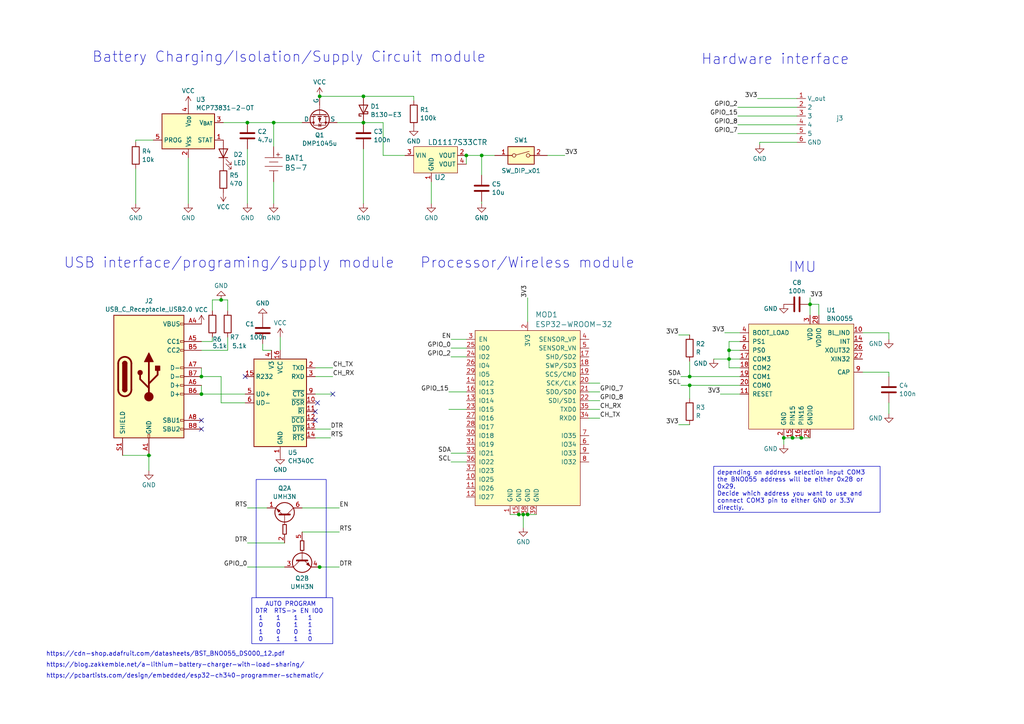
<source format=kicad_sch>
(kicad_sch (version 20230121) (generator eeschema)
  (paper "A4")
  (title_block (title "Haply interface for end effector") (date "2023-11-09") (rev "0") (company "Georgios Korres - AIMlab"))
  (lib_symbols
    (symbol "Battery_Management:MCP73831-2-OT"
      (property "Reference" "U" (at -7.62 6.35 0))
      (property "Value" "MCP73831-2-OT" (at 1.27 6.35 0))
      (symbol "MCP73831-2-OT_0_1"
        (rectangle (start -7.62 5.08) (end 7.62 -5.08) (stroke (width 0.254)) (fill (type background)))
      )
      (symbol "MCP73831-2-OT_1_1"
        (pin output line (at 10.16 -2.54 180) (length 2.54) (name "STAT") (number "1"))
        (pin power_in line (at 0 -7.62 90) (length 2.54) (name "V_{SS}") (number "2"))
        (pin power_out line (at 10.16 2.54 180) (length 2.54) (name "V_{BAT}") (number "3"))
        (pin power_in line (at 0 7.62 270) (length 2.54) (name "V_{DD}") (number "4"))
        (pin input line (at -10.16 -2.54 0) (length 2.54) (name "PROG") (number "5"))
      )
    )
    (symbol "Connector:USB_C_Receptacle_USB2.0" (pin_names (offset 1.016))
      (property "Reference" "J" (at -10.16 19.05 0))
      (property "Value" "USB_C_Receptacle_USB2.0" (at 19.05 19.05 0))
      (symbol "USB_C_Receptacle_USB2.0_0_0"
        (rectangle (start -0.254 -17.78) (end 0.254 -16.764))
        (rectangle (start 10.16 -14.986) (end 9.144 -15.494))
        (rectangle (start 10.16 -12.446) (end 9.144 -12.954))
        (rectangle (start 10.16 -4.826) (end 9.144 -5.334))
        (rectangle (start 10.16 -2.286) (end 9.144 -2.794))
        (rectangle (start 10.16 0.254) (end 9.144 -0.254))
        (rectangle (start 10.16 2.794) (end 9.144 2.286))
        (rectangle (start 10.16 7.874) (end 9.144 7.366))
        (rectangle (start 10.16 10.414) (end 9.144 9.906))
        (rectangle (start 10.16 15.494) (end 9.144 14.986))
      )
      (symbol "USB_C_Receptacle_USB2.0_0_1"
        (rectangle (start -10.16 17.78) (end 10.16 -17.78) (stroke (width 0.254)) (fill (type background)))
        (arc (start -8.89 -3.81) (mid -6.985 -5.7067) (end -5.08 -3.81) (stroke (width 0.508)))
        (arc (start -7.62 -3.81) (mid -6.985 -4.4423) (end -6.35 -3.81) (stroke (width 0.254)))
        (arc (start -7.62 -3.81) (mid -6.985 -4.4423) (end -6.35 -3.81) (stroke (width 0.254)) (fill (type outline)))
        (rectangle (start -7.62 -3.81) (end -6.35 3.81) (stroke (width 0.254)) (fill (type outline)))
        (arc (start -6.35 3.81) (mid -6.985 4.4423) (end -7.62 3.81) (stroke (width 0.254)))
        (arc (start -6.35 3.81) (mid -6.985 4.4423) (end -7.62 3.81) (stroke (width 0.254)) (fill (type outline)))
        (arc (start -5.08 3.81) (mid -6.985 5.7067) (end -8.89 3.81) (stroke (width 0.508)))
        (circle (center -2.54 1.143) (radius 0.635) (stroke (width 0.254)) (fill (type outline)))
        (circle (center 0 -5.842) (radius 1.27) (fill (type outline)))
        (polyline (pts (xy -8.89 -3.81) (xy -8.89 3.81)) (stroke (width 0.508)))
        (polyline (pts (xy -5.08 3.81) (xy -5.08 -3.81)) (stroke (width 0.508)))
        (polyline (pts (xy 0 -5.842) (xy 0 4.318)) (stroke (width 0.508)))
        (polyline (pts (xy 0 -3.302) (xy -2.54 -0.762) (xy -2.54 0.508)) (stroke (width 0.508)))
        (polyline (pts (xy 0 -2.032) (xy 2.54 0.508) (xy 2.54 1.778)) (stroke (width 0.508)))
        (polyline (pts (xy -1.27 4.318) (xy 0 6.858) (xy 1.27 4.318) (xy -1.27 4.318)) (stroke (width 0.254)) (fill (type outline)))
        (rectangle (start 1.905 1.778) (end 3.175 3.048) (stroke (width 0.254)) (fill (type outline)))
      )
      (symbol "USB_C_Receptacle_USB2.0_1_1"
        (pin passive line (at 0 -22.86 90) (length 5.08) (name "GND") (number "A1"))
        (pin passive line (at 0 -22.86 90) (length 5.08) hide (name "GND") (number "A12"))
        (pin passive line (at 15.24 15.24 180) (length 5.08) (name "VBUS") (number "A4"))
        (pin bidirectional line (at 15.24 10.16 180) (length 5.08) (name "CC1") (number "A5"))
        (pin bidirectional line (at 15.24 -2.54 180) (length 5.08) (name "D+") (number "A6"))
        (pin bidirectional line (at 15.24 2.54 180) (length 5.08) (name "D-") (number "A7"))
        (pin bidirectional line (at 15.24 -12.7 180) (length 5.08) (name "SBU1") (number "A8"))
        (pin passive line (at 15.24 15.24 180) (length 5.08) hide (name "VBUS") (number "A9"))
        (pin passive line (at 0 -22.86 90) (length 5.08) hide (name "GND") (number "B1"))
        (pin passive line (at 0 -22.86 90) (length 5.08) hide (name "GND") (number "B12"))
        (pin passive line (at 15.24 15.24 180) (length 5.08) hide (name "VBUS") (number "B4"))
        (pin bidirectional line (at 15.24 7.62 180) (length 5.08) (name "CC2") (number "B5"))
        (pin bidirectional line (at 15.24 -5.08 180) (length 5.08) (name "D+") (number "B6"))
        (pin bidirectional line (at 15.24 0 180) (length 5.08) (name "D-") (number "B7"))
        (pin bidirectional line (at 15.24 -15.24 180) (length 5.08) (name "SBU2") (number "B8"))
        (pin passive line (at 15.24 15.24 180) (length 5.08) hide (name "VBUS") (number "B9"))
        (pin passive line (at -7.62 -22.86 90) (length 5.08) (name "SHIELD") (number "S1"))
      )
    )
    (symbol "ConnectorLib:connector_Haply"
      (property "Reference" "j" (at 0 0 0))
      (symbol "connector_Haply_1_1"
        (pin output line (at 0 6.35 0) (length 2.54) (name "V_out") (number "1"))
        (pin output line (at 0 3.81 0) (length 2.54) (name "2") (number "2"))
        (pin output line (at 0 1.27 0) (length 2.54) (name "3") (number "3"))
        (pin output line (at 0 -1.27 0) (length 2.54) (name "4") (number "4"))
        (pin output line (at 0 -3.81 0) (length 2.54) (name "5") (number "5"))
        (pin output line (at 0 -6.35 0) (length 2.54) (name "GND") (number "6"))
      )
    )
    (symbol "Device:C" (pin_numbers hide) (pin_names (offset 0.254))
      (property "Reference" "C" (at 0.635 2.54 0))
      (property "Value" "C" (at 0.635 -2.54 0))
      (symbol "C_0_1"
        (polyline (pts (xy -2.032 -0.762) (xy 2.032 -0.762)) (stroke (width 0.508)))
        (polyline (pts (xy -2.032 0.762) (xy 2.032 0.762)) (stroke (width 0.508)))
      )
      (symbol "C_1_1"
        (pin passive line (at 0 3.81 270) (length 2.794) (name "~") (number "1"))
        (pin passive line (at 0 -3.81 90) (length 2.794) (name "~") (number "2"))
      )
    )
    (symbol "Device:LED" (pin_numbers hide) (pin_names (offset 1.016) hide)
      (property "Reference" "D" (at 0 2.54 0))
      (property "Value" "LED" (at 0 -2.54 0))
      (symbol "LED_0_1"
        (polyline (pts (xy -1.27 -1.27) (xy -1.27 1.27)) (stroke (width 0.254)))
        (polyline (pts (xy -1.27 0) (xy 1.27 0)))
        (polyline (pts (xy 1.27 -1.27) (xy 1.27 1.27) (xy -1.27 0) (xy 1.27 -1.27)) (stroke (width 0.254)))
        (polyline (pts (xy -3.048 -0.762) (xy -4.572 -2.286) (xy -3.81 -2.286) (xy -4.572 -2.286) (xy -4.572 -1.524)))
        (polyline (pts (xy -1.778 -0.762) (xy -3.302 -2.286) (xy -2.54 -2.286) (xy -3.302 -2.286) (xy -3.302 -1.524)))
      )
      (symbol "LED_1_1"
        (pin passive line (at -3.81 0 0) (length 2.54) (name "K") (number "1"))
        (pin passive line (at 3.81 0 180) (length 2.54) (name "A") (number "2"))
      )
    )
    (symbol "Device:R" (pin_numbers hide) (pin_names (offset 0))
      (property "Reference" "R" (at 2.032 0 90))
      (property "Value" "R" (at 0 0 90))
      (symbol "R_0_1"
        (rectangle (start -1.016 -2.54) (end 1.016 2.54) (stroke (width 0.254)))
      )
      (symbol "R_1_1"
        (pin passive line (at 0 3.81 270) (length 1.27) (name "~") (number "1"))
        (pin passive line (at 0 -3.81 90) (length 1.27) (name "~") (number "2"))
      )
    )
    (symbol "Diode:B130-E3" (pin_numbers hide) (pin_names hide)
      (property "Reference" "D" (at 0 2.54 0))
      (property "Value" "B130-E3" (at 0 -2.54 0))
      (symbol "B130-E3_0_1"
        (polyline (pts (xy 1.27 0) (xy -1.27 0)))
        (polyline (pts (xy 1.27 1.27) (xy 1.27 -1.27) (xy -1.27 0) (xy 1.27 1.27)) (stroke (width 0.254)))
        (polyline (pts (xy -1.905 0.635) (xy -1.905 1.27) (xy -1.27 1.27) (xy -1.27 -1.27) (xy -0.635 -1.27) (xy -0.635 -0.635)) (stroke (width 0.254)))
      )
      (symbol "B130-E3_1_1"
        (pin passive line (at -3.81 0 0) (length 2.54) (name "K") (number "1"))
        (pin passive line (at 3.81 0 180) (length 2.54) (name "A") (number "2"))
      )
    )
    (symbol "Interface_USB:CH340C"
      (property "Reference" "U" (at -5.08 13.97 0))
      (property "Value" "CH340C" (at 1.27 13.97 0))
      (symbol "CH340C_0_1"
        (rectangle (start -7.62 12.7) (end 7.62 -12.7) (stroke (width 0.254)) (fill (type background)))
      )
      (symbol "CH340C_1_1"
        (pin power_in line (at 0 -15.24 90) (length 2.54) (name "GND") (number "1"))
        (pin input line (at 10.16 0 180) (length 2.54) (name "~{DSR}") (number "10"))
        (pin input line (at 10.16 -2.54 180) (length 2.54) (name "~{RI}") (number "11"))
        (pin input line (at 10.16 -5.08 180) (length 2.54) (name "~{DCD}") (number "12"))
        (pin output line (at 10.16 -7.62 180) (length 2.54) (name "~{DTR}") (number "13"))
        (pin output line (at 10.16 -10.16 180) (length 2.54) (name "~{RTS}") (number "14"))
        (pin input line (at -10.16 7.62 0) (length 2.54) (name "R232") (number "15"))
        (pin power_in line (at 0 15.24 270) (length 2.54) (name "VCC") (number "16"))
        (pin output line (at 10.16 10.16 180) (length 2.54) (name "TXD") (number "2"))
        (pin input line (at 10.16 7.62 180) (length 2.54) (name "RXD") (number "3"))
        (pin passive line (at -2.54 15.24 270) (length 2.54) (name "V3") (number "4"))
        (pin bidirectional line (at -10.16 2.54 0) (length 2.54) (name "UD+") (number "5"))
        (pin bidirectional line (at -10.16 0 0) (length 2.54) (name "UD-") (number "6"))
        (pin no_connect line (at -7.62 -7.62 0) (length 2.54) hide (name "NC") (number "7"))
        (pin no_connect line (at -7.62 -10.16 0) (length 2.54) hide (name "NC") (number "8"))
        (pin input line (at 10.16 2.54 180) (length 2.54) (name "~{CTS}") (number "9"))
      )
    )
    (symbol "Simulation_SPICE:PMOS" (pin_numbers hide) (pin_names (offset 0))
      (property "Reference" "Q" (at 5.08 1.27 0))
      (property "Value" "PMOS" (at 5.08 -1.27 0))
      (symbol "PMOS_0_1"
        (polyline (pts (xy 0.254 0) (xy -2.54 0)))
        (polyline (pts (xy 0.254 1.905) (xy 0.254 -1.905)) (stroke (width 0.254)))
        (polyline (pts (xy 0.762 -1.27) (xy 0.762 -2.286)) (stroke (width 0.254)))
        (polyline (pts (xy 0.762 0.508) (xy 0.762 -0.508)) (stroke (width 0.254)))
        (polyline (pts (xy 0.762 2.286) (xy 0.762 1.27)) (stroke (width 0.254)))
        (polyline (pts (xy 2.54 2.54) (xy 2.54 1.778)))
        (polyline (pts (xy 2.54 -2.54) (xy 2.54 0) (xy 0.762 0)))
        (polyline (pts (xy 0.762 1.778) (xy 3.302 1.778) (xy 3.302 -1.778) (xy 0.762 -1.778)))
        (polyline (pts (xy 2.286 0) (xy 1.27 0.381) (xy 1.27 -0.381) (xy 2.286 0)) (fill (type outline)))
        (polyline (pts (xy 2.794 -0.508) (xy 2.921 -0.381) (xy 3.683 -0.381) (xy 3.81 -0.254)))
        (polyline (pts (xy 3.302 -0.381) (xy 2.921 0.254) (xy 3.683 0.254) (xy 3.302 -0.381)))
        (circle (center 1.651 0) (radius 2.794) (stroke (width 0.254)))
        (circle (center 2.54 -1.778) (radius 0.254) (fill (type outline)))
        (circle (center 2.54 1.778) (radius 0.254) (fill (type outline)))
      )
      (symbol "PMOS_1_1"
        (pin passive line (at 2.54 5.08 270) (length 2.54) (name "D") (number "1"))
        (pin input line (at -5.08 0 0) (length 2.54) (name "G") (number "2"))
        (pin passive line (at 2.54 -5.08 90) (length 2.54) (name "S") (number "3"))
      )
    )
    (symbol "Switch:SW_DIP_x01" (pin_names (offset 0) hide)
      (property "Reference" "SW" (at 0 3.81 0))
      (property "Value" "SW_DIP_x01" (at 0 -3.81 0))
      (symbol "SW_DIP_x01_0_0"
        (circle (center -2.032 0) (radius 0.508))
        (polyline (pts (xy -1.524 0.127) (xy 2.3622 1.1684)))
        (circle (center 2.032 0) (radius 0.508))
      )
      (symbol "SW_DIP_x01_0_1"
        (rectangle (start -3.81 2.54) (end 3.81 -2.54) (stroke (width 0.254)) (fill (type background)))
      )
      (symbol "SW_DIP_x01_1_1"
        (pin passive line (at -7.62 0 0) (length 5.08) (name "~") (number "1"))
        (pin passive line (at 7.62 0 180) (length 5.08) (name "~") (number "2"))
      )
    )
    (symbol "Transistor_BJT:UMH3N" (pin_names hide)
      (property "Reference" "Q" (at 7.62 1.27 0))
      (property "Value" "UMH3N" (at 7.62 -1.27 0))
      (symbol "UMH3N_0_1"
        (polyline (pts (xy 3.175 0) (xy 0.254 0)))
        (polyline (pts (xy 3.175 0.635) (xy 5.08 2.54)))
        (polyline (pts (xy 3.175 1.524) (xy 3.175 -1.524)) (stroke (width 0.508)))
        (polyline (pts (xy 3.175 -0.635) (xy 5.08 -2.54) (xy 5.08 -2.54)))
        (polyline (pts (xy 3.81 -1.778) (xy 4.318 -1.27) (xy 4.826 -2.286) (xy 3.81 -1.778) (xy 3.81 -1.778)) (fill (type outline)))
        (rectangle (start 0.254 0.508) (end -2.54 -0.508) (stroke (width 0.254)))
        (circle (center 3.81 0) (radius 2.8194) (stroke (width 0.254)))
      )
      (symbol "UMH3N_1_1"
        (pin passive line (at 5.08 -5.08 90) (length 2.54) (name "E1") (number "1"))
        (pin input line (at -5.08 0 0) (length 2.54) (name "B1") (number "2"))
        (pin passive line (at 5.08 5.08 270) (length 2.54) (name "C1") (number "6"))
      )
      (symbol "UMH3N_2_1"
        (pin passive line (at 5.08 5.08 270) (length 2.54) (name "C2") (number "3"))
        (pin passive line (at 5.08 -5.08 90) (length 2.54) (name "E2") (number "4"))
        (pin input line (at -5.08 0 0) (length 2.54) (name "B2") (number "5"))
      )
    )
    (symbol "dk_Battery-Holders-Clips-Contacts:BS-7" (pin_numbers hide) (pin_names (offset 1.016))
      (property "Reference" "BAT" (at -1.27 3.81 0))
      (property "Value" "BS-7" (at -1.27 -3.81 0))
      (symbol "BS-7_1_1"
        (polyline (pts (xy 0 -2.54) (xy 0 -1.905)))
        (polyline (pts (xy 0 1.905) (xy 0 2.54)))
        (polyline (pts (xy 1.27 -1.905) (xy -1.27 -1.905)))
        (polyline (pts (xy 1.27 0.635) (xy -1.27 0.635)))
        (polyline (pts (xy 1.27 2.286) (xy 1.27 3.302)))
        (polyline (pts (xy 1.778 2.794) (xy 0.762 2.794)))
        (polyline (pts (xy 2.54 -0.635) (xy -2.54 -0.635)))
        (polyline (pts (xy 2.54 1.905) (xy -2.54 1.905)))
        (pin power_out line (at 0 -5.08 90) (length 2.54) (name "~") (number "Neg"))
        (pin power_out line (at 0 5.08 270) (length 2.54) (name "~") (number "Pos"))
      )
    )
    (symbol "dk_Motion-Sensors-IMUs-Inertial-Measurement-Units:BNO055" (pin_names (offset 1.016))
      (property "Reference" "U" (at -15.24 13.97 0))
      (property "Value" "BNO055" (at -1.27 -1.27 90))
      (symbol "BNO055_0_1"
        (rectangle (start -15.24 12.7) (end 15.24 -17.78) (fill (type background)))
      )
      (symbol "BNO055_1_1"
        (pin no_connect line (at -15.24 -10.16 0) (length 2.54) hide (name "PIN1") (number "1"))
        (pin output line (at 17.78 10.16 180) (length 2.54) (name "BL_IND") (number "10"))
        (pin input line (at -17.78 -7.62 0) (length 2.54) (name "RESET") (number "11"))
        (pin no_connect line (at 15.24 -16.51 180) (length 2.54) hide (name "PIN12") (number "12"))
        (pin no_connect line (at 15.24 -13.97 180) (length 2.54) hide (name "PIN13") (number "13"))
        (pin output line (at 17.78 7.62 180) (length 2.54) (name "INT") (number "14"))
        (pin power_in line (at -2.54 -20.32 90) (length 2.54) (name "PIN15") (number "15"))
        (pin power_in line (at 0 -20.32 90) (length 2.54) (name "PIN16") (number "16"))
        (pin input line (at -17.78 2.54 0) (length 2.54) (name "COM3") (number "17"))
        (pin input line (at -17.78 0 0) (length 2.54) (name "COM2") (number "18"))
        (pin input line (at -17.78 -2.54 0) (length 2.54) (name "COM1") (number "19"))
        (pin power_in line (at -5.08 -20.32 90) (length 2.54) (name "GND") (number "2"))
        (pin input line (at -17.78 -5.08 0) (length 2.54) (name "COM0") (number "20"))
        (pin no_connect line (at 15.24 -11.43 180) (length 2.54) hide (name "PIN21") (number "21"))
        (pin no_connect line (at 15.24 -8.89 180) (length 2.54) hide (name "PIN22") (number "22"))
        (pin no_connect line (at 15.24 -6.35 180) (length 2.54) hide (name "PIN23") (number "23"))
        (pin no_connect line (at 15.24 -3.81 180) (length 2.54) hide (name "PIN24") (number "24"))
        (pin power_in line (at 2.54 -20.32 90) (length 2.54) (name "GNDIO") (number "25"))
        (pin output line (at 17.78 5.08 180) (length 2.54) (name "XOUT32") (number "26"))
        (pin input line (at 17.78 2.54 180) (length 2.54) (name "XIN32") (number "27"))
        (pin power_in line (at 5.08 15.24 270) (length 2.54) (name "VDDIO") (number "28"))
        (pin power_in line (at 2.54 15.24 270) (length 2.54) (name "VDD") (number "3"))
        (pin input line (at -17.78 10.16 0) (length 2.54) (name "BOOT_LOAD") (number "4"))
        (pin input line (at -17.78 7.62 0) (length 2.54) (name "PS1") (number "5"))
        (pin input line (at -17.78 5.08 0) (length 2.54) (name "PS0") (number "6"))
        (pin no_connect line (at -15.24 -12.7 0) (length 2.54) hide (name "PIN7") (number "7"))
        (pin no_connect line (at -15.24 -15.24 0) (length 2.54) hide (name "PIN8") (number "8"))
        (pin passive line (at 17.78 -1.27 180) (length 2.54) (name "CAP") (number "9"))
      )
    )
    (symbol "dk_PMIC-Voltage-Regulators-Linear:LD1117S33CTR"
      (property "Reference" "U" (at 1.27 3.81 0))
      (property "Value" "LD1117S33CTR" (at 1.27 6.35 0))
      (symbol "LD1117S33CTR_1_1"
        (rectangle (start -5.08 2.54) (end 7.62 -5.08) (fill (type background)))
        (pin power_in line (at 0 -7.62 90) (length 2.54) (name "GND") (number "1"))
        (pin power_out line (at 10.16 0 180) (length 2.54) (name "VOUT") (number "2"))
        (pin power_in line (at -7.62 0 0) (length 2.54) (name "VIN") (number "3"))
        (pin power_out line (at 10.16 -2.54 180) (length 2.54) (name "VOUT") (number "4"))
      )
    )
    (symbol "dk_RF-Transceiver-Modules:ESP32-WROOM-32" (pin_names (offset 1.016))
      (property "Reference" "MOD" (at -10.16 1.27 0))
      (property "Value" "ESP32-WROOM-32" (at 5.08 -25.4 90))
      (symbol "ESP32-WROOM-32_0_1"
        (rectangle (start -10.16 0) (end 20.32 -50.8) (fill (type background)))
      )
      (symbol "ESP32-WROOM-32_1_1"
        (pin power_in line (at 0 -53.34 90) (length 2.54) (name "GND") (number "1"))
        (pin bidirectional line (at -12.7 -43.18 0) (length 2.54) (name "IO25") (number "10"))
        (pin bidirectional line (at -12.7 -45.72 0) (length 2.54) (name "IO26") (number "11"))
        (pin bidirectional line (at -12.7 -48.26 0) (length 2.54) (name "IO27") (number "12"))
        (pin bidirectional line (at -12.7 -20.32 0) (length 2.54) (name "IO14") (number "13"))
        (pin bidirectional line (at -12.7 -15.24 0) (length 2.54) (name "IO12") (number "14"))
        (pin power_in line (at 2.54 -53.34 90) (length 2.54) (name "GND") (number "15"))
        (pin bidirectional line (at -12.7 -17.78 0) (length 2.54) (name "IO13") (number "16"))
        (pin bidirectional line (at 22.86 -7.62 180) (length 2.54) (name "SHD/SD2") (number "17"))
        (pin bidirectional line (at 22.86 -10.16 180) (length 2.54) (name "SWP/SD3") (number "18"))
        (pin bidirectional line (at 22.86 -12.7 180) (length 2.54) (name "SCS/CMD") (number "19"))
        (pin power_in line (at 5.08 2.54 270) (length 2.54) (name "3V3") (number "2"))
        (pin bidirectional line (at 22.86 -15.24 180) (length 2.54) (name "SCK/CLK") (number "20"))
        (pin bidirectional line (at 22.86 -17.78 180) (length 2.54) (name "SDO/SD0") (number "21"))
        (pin bidirectional line (at 22.86 -20.32 180) (length 2.54) (name "SDI/SD1") (number "22"))
        (pin bidirectional line (at -12.7 -22.86 0) (length 2.54) (name "IO15") (number "23"))
        (pin bidirectional line (at -12.7 -7.62 0) (length 2.54) (name "IO2") (number "24"))
        (pin bidirectional line (at -12.7 -5.08 0) (length 2.54) (name "IO0") (number "25"))
        (pin bidirectional line (at -12.7 -10.16 0) (length 2.54) (name "IO4") (number "26"))
        (pin bidirectional line (at -12.7 -25.4 0) (length 2.54) (name "IO16") (number "27"))
        (pin bidirectional line (at -12.7 -27.94 0) (length 2.54) (name "IO17") (number "28"))
        (pin bidirectional line (at -12.7 -12.7 0) (length 2.54) (name "IO5") (number "29"))
        (pin input line (at -12.7 -2.54 0) (length 2.54) (name "EN") (number "3"))
        (pin bidirectional line (at -12.7 -30.48 0) (length 2.54) (name "IO18") (number "30"))
        (pin bidirectional line (at -12.7 -33.02 0) (length 2.54) (name "IO19") (number "31"))
        (pin no_connect line (at 20.32 -43.18 180) (length 2.54) hide (name "NC") (number "32"))
        (pin bidirectional line (at -12.7 -35.56 0) (length 2.54) (name "IO21") (number "33"))
        (pin bidirectional line (at 22.86 -25.4 180) (length 2.54) (name "RXD0") (number "34"))
        (pin bidirectional line (at 22.86 -22.86 180) (length 2.54) (name "TXD0") (number "35"))
        (pin bidirectional line (at -12.7 -38.1 0) (length 2.54) (name "IO22") (number "36"))
        (pin bidirectional line (at -12.7 -40.64 0) (length 2.54) (name "IO23") (number "37"))
        (pin power_in line (at 5.08 -53.34 90) (length 2.54) (name "GND") (number "38"))
        (pin power_in line (at 7.62 -53.34 90) (length 2.54) (name "GND") (number "39"))
        (pin input line (at 22.86 -2.54 180) (length 2.54) (name "SENSOR_VP") (number "4"))
        (pin input line (at 22.86 -5.08 180) (length 2.54) (name "SENSOR_VN") (number "5"))
        (pin bidirectional line (at 22.86 -33.02 180) (length 2.54) (name "IO34") (number "6"))
        (pin bidirectional line (at 22.86 -30.48 180) (length 2.54) (name "IO35") (number "7"))
        (pin bidirectional line (at 22.86 -38.1 180) (length 2.54) (name "IO32") (number "8"))
        (pin bidirectional line (at 22.86 -35.56 180) (length 2.54) (name "IO33") (number "9"))
      )
    )
    (symbol "power:GND" (power) (pin_names (offset 0))
      (property "Value" "GND" (at 0 -3.81 0))
      (symbol "GND_0_1"
        (polyline (pts (xy 0 0) (xy 0 -1.27) (xy 1.27 -1.27) (xy 0 -2.54) (xy -1.27 -1.27) (xy 0 -1.27)))
      )
      (symbol "GND_1_1"
        (pin power_in line (at 0 0 270) (length 0) hide (name "GND") (number "1"))
      )
    )
    (symbol "power:VCC" (power) (pin_names (offset 0))
      (property "Value" "VCC" (at 0 3.81 0))
      (symbol "VCC_0_1"
        (polyline (pts (xy -0.762 1.27) (xy 0 2.54)))
        (polyline (pts (xy 0 0) (xy 0 2.54)))
        (polyline (pts (xy 0 2.54) (xy 0.762 1.27)))
      )
      (symbol "VCC_1_1"
        (pin power_in line (at 0 0 90) (length 0) hide (name "VCC") (number "1"))
      )
    )
  )
  (junction (at 105.41 27.94))
  (junction (at 234.95 88.265))
  (junction (at 92.71 27.94))
  (junction (at 105.41 35.56))
  (junction (at 139.7 45.085))
  (junction (at 151.765 149.225))
  (junction (at 58.42 114.3))
  (junction (at 211.455 104.14))
  (junction (at 229.87 127))
  (junction (at 64.135 86.995))
  (junction (at 43.18 132.08))
  (junction (at 150.495 149.225))
  (junction (at 71.755 35.56))
  (junction (at 200.025 109.22))
  (junction (at 92.71 164.465))
  (junction (at 211.455 101.6))
  (junction (at 153.035 149.225))
  (junction (at 79.375 35.56))
  (junction (at 58.42 109.22))
  (junction (at 232.41 127))
  (junction (at 227.33 127))
  (junction (at 200.025 111.76))
  (junction (at 135.255 45.085))
  (no_connect (at 92.075 116.84))
  (no_connect (at 71.12 109.22))
  (no_connect (at 91.44 121.92))
  (no_connect (at 96.52 114.3))
  (no_connect (at 58.42 121.92))
  (no_connect (at 91.44 119.38))
  (no_connect (at 58.42 124.46))
  (wire (pts (xy 66.04 86.995) (xy 64.135 86.995)))
  (wire (pts (xy 196.85 97.155) (xy 200.025 97.155)))
  (wire (pts (xy 214.63 106.68) (xy 211.455 106.68)))
  (wire (pts (xy 76.2 99.695) (xy 76.2 101.6)))
  (wire (pts (xy 111.125 45.085) (xy 111.125 35.56)))
  (wire (pts (xy 219.71 28.575) (xy 231.14 28.575)))
  (wire (pts (xy 170.815 113.665) (xy 173.99 113.665)))
  (wire (pts (xy 139.7 45.085) (xy 139.7 50.8)))
  (wire (pts (xy 200.025 109.22) (xy 214.63 109.22)))
  (wire (pts (xy 120.015 29.21) (xy 120.015 27.94)))
  (wire (pts (xy 211.455 104.14) (xy 214.63 104.14)))
  (wire (pts (xy 66.04 90.17) (xy 66.04 86.995)))
  (wire (pts (xy 232.41 127) (xy 234.95 127)))
  (wire (pts (xy 111.125 35.56) (xy 105.41 35.56)))
  (wire (pts (xy 250.19 107.95) (xy 257.81 107.95)))
  (wire (pts (xy 64.135 86.995) (xy 61.595 86.995)))
  (wire (pts (xy 130.81 98.425) (xy 135.255 98.425)))
  (wire (pts (xy 58.42 114.3) (xy 71.12 114.3)))
  (wire (pts (xy 87.63 154.305) (xy 98.425 154.305)))
  (wire (pts (xy 210.185 96.52) (xy 214.63 96.52)))
  (wire (pts (xy 147.955 149.225) (xy 150.495 149.225)))
  (wire (pts (xy 39.37 48.895) (xy 39.37 59.055)))
  (wire (pts (xy 105.41 43.18) (xy 105.41 59.055)))
  (wire (pts (xy 197.485 109.22) (xy 200.025 109.22)))
  (wire (pts (xy 257.81 96.52) (xy 257.81 98.425)))
  (wire (pts (xy 158.75 45.085) (xy 163.83 45.085)))
  (wire (pts (xy 153.035 149.225) (xy 155.575 149.225)))
  (wire (pts (xy 39.37 40.64) (xy 39.37 41.275)))
  (wire (pts (xy 71.755 43.18) (xy 71.755 59.055)))
  (wire (pts (xy 231.14 41.275) (xy 220.345 41.275)))
  (wire (pts (xy 151.765 149.225) (xy 151.765 153.035)))
  (wire (pts (xy 135.255 47.625) (xy 135.255 45.085)))
  (wire (pts (xy 151.765 149.225) (xy 153.035 149.225)))
  (wire (pts (xy 81.28 97.79) (xy 81.28 101.6)))
  (wire (pts (xy 220.345 41.275) (xy 220.345 41.91)))
  (wire (pts (xy 43.18 132.08) (xy 43.18 136.525)))
  (wire (pts (xy 91.44 127) (xy 95.885 127)))
  (wire (pts (xy 91.44 106.68) (xy 96.52 106.68)))
  (wire (pts (xy 139.7 58.42) (xy 139.7 59.055)))
  (wire (pts (xy 196.85 123.19) (xy 200.025 123.19)))
  (wire (pts (xy 130.81 100.965) (xy 135.255 100.965)))
  (wire (pts (xy 64.135 109.22) (xy 64.135 116.84)))
  (wire (pts (xy 58.42 109.22) (xy 64.135 109.22)))
  (wire (pts (xy 92.71 27.94) (xy 105.41 27.94)))
  (wire (pts (xy 207.01 104.14) (xy 211.455 104.14)))
  (wire (pts (xy 170.815 111.125) (xy 173.99 111.125)))
  (wire (pts (xy 43.18 132.08) (xy 43.815 132.08)))
  (wire (pts (xy 58.42 99.06) (xy 61.595 99.06)))
  (wire (pts (xy 92.075 164.465) (xy 92.71 164.465)))
  (wire (pts (xy 91.44 114.3) (xy 96.52 114.3)))
  (wire (pts (xy 54.61 45.72) (xy 54.61 59.055)))
  (wire (pts (xy 135.255 45.085) (xy 139.7 45.085)))
  (wire (pts (xy 64.135 116.84) (xy 71.12 116.84)))
  (wire (pts (xy 213.995 33.655) (xy 231.14 33.655)))
  (wire (pts (xy 92.71 164.465) (xy 98.425 164.465)))
  (wire (pts (xy 227.33 127) (xy 227.33 128.905)))
  (wire (pts (xy 200.025 111.76) (xy 214.63 111.76)))
  (wire (pts (xy 91.44 109.22) (xy 96.52 109.22)))
  (wire (pts (xy 211.455 99.06) (xy 211.455 101.6)))
  (wire (pts (xy 229.87 127) (xy 232.41 127)))
  (wire (pts (xy 234.95 86.36) (xy 234.95 88.265)))
  (wire (pts (xy 150.495 149.225) (xy 151.765 149.225)))
  (wire (pts (xy 78.74 101.6) (xy 76.2 101.6)))
  (wire (pts (xy 35.56 132.08) (xy 43.18 132.08)))
  (wire (pts (xy 200.025 104.775) (xy 200.025 109.22)))
  (wire (pts (xy 91.44 124.46) (xy 95.885 124.46)))
  (wire (pts (xy 257.81 107.95) (xy 257.81 109.22)))
  (wire (pts (xy 234.95 88.265) (xy 237.49 88.265)))
  (wire (pts (xy 211.455 101.6) (xy 211.455 104.14)))
  (wire (pts (xy 208.915 114.3) (xy 214.63 114.3)))
  (wire (pts (xy 125.095 52.705) (xy 125.095 59.055)))
  (wire (pts (xy 71.755 164.465) (xy 82.55 164.465)))
  (wire (pts (xy 211.455 101.6) (xy 214.63 101.6)))
  (wire (pts (xy 79.375 35.56) (xy 79.375 42.545)))
  (wire (pts (xy 250.19 96.52) (xy 257.81 96.52)))
  (wire (pts (xy 66.04 97.79) (xy 66.04 101.6)))
  (wire (pts (xy 200.025 111.76) (xy 200.025 115.57)))
  (wire (pts (xy 139.7 45.085) (xy 143.51 45.085)))
  (wire (pts (xy 61.595 86.995) (xy 61.595 90.17)))
  (wire (pts (xy 111.125 45.085) (xy 117.475 45.085)))
  (wire (pts (xy 130.81 103.505) (xy 135.255 103.505)))
  (wire (pts (xy 170.815 116.205) (xy 173.99 116.205)))
  (wire (pts (xy 105.41 27.94) (xy 120.015 27.94)))
  (wire (pts (xy 71.755 157.48) (xy 82.55 157.48)))
  (wire (pts (xy 71.755 147.32) (xy 77.47 147.32)))
  (wire (pts (xy 130.81 131.445) (xy 135.255 131.445)))
  (wire (pts (xy 44.45 40.64) (xy 39.37 40.64)))
  (wire (pts (xy 71.755 35.56) (xy 79.375 35.56)))
  (wire (pts (xy 197.485 111.76) (xy 200.025 111.76)))
  (wire (pts (xy 211.455 99.06) (xy 214.63 99.06)))
  (wire (pts (xy 58.42 111.76) (xy 58.42 114.3)))
  (wire (pts (xy 79.375 52.705) (xy 79.375 59.055)))
  (wire (pts (xy 130.175 118.745) (xy 135.255 118.745)))
  (wire (pts (xy 213.995 31.115) (xy 231.14 31.115)))
  (wire (pts (xy 130.81 133.985) (xy 135.255 133.985)))
  (wire (pts (xy 170.815 118.745) (xy 173.99 118.745)))
  (wire (pts (xy 130.175 113.665) (xy 135.255 113.665)))
  (wire (pts (xy 58.42 101.6) (xy 66.04 101.6)))
  (wire (pts (xy 153.035 86.36) (xy 153.035 93.345)))
  (wire (pts (xy 87.63 147.32) (xy 98.425 147.32)))
  (wire (pts (xy 64.77 35.56) (xy 71.755 35.56)))
  (wire (pts (xy 227.33 127) (xy 229.87 127)))
  (wire (pts (xy 257.81 116.84) (xy 257.81 120.015)))
  (wire (pts (xy 97.79 35.56) (xy 105.41 35.56)))
  (wire (pts (xy 61.595 97.79) (xy 61.595 99.06)))
  (wire (pts (xy 79.375 35.56) (xy 87.63 35.56)))
  (wire (pts (xy 211.455 106.68) (xy 211.455 104.14)))
  (wire (pts (xy 237.49 88.265) (xy 237.49 91.44)))
  (wire (pts (xy 234.95 91.44) (xy 234.95 88.265)))
  (wire (pts (xy 213.995 38.735) (xy 231.14 38.735)))
  (wire (pts (xy 213.995 36.195) (xy 231.14 36.195)))
  (wire (pts (xy 58.42 106.68) (xy 58.42 109.22)))
  (wire (pts (xy 170.815 121.285) (xy 173.99 121.285)))
  (rectangle (start 74.295 139.065) (end 94.615 173.355))
  (text_box "   AUTO PROGRAM\nDTR  RTS-> EN IO0\n 1    1    1   1\n 0    0    1   1\n 1    0    0   1\n 0    1    1   0" (at 73.025 173.355 0) (size 23.495 13.335) (effects (font (size 1.27 1.27)) (justify left top)))
  (text_box "depending on address selection input COM3 \nthe BNO055 address will be either 0x28 or 0x29. \nDecide which address you want to use and \nconnect COM3 pin to either GND or 3.3V directly." (at 207.01 135.255 0) (size 48.26 13.335) (effects (font (size 1.27 1.27)) (justify left top)))
  (text "Battery Charging/Isolation/Supply Circuit module" (at 26.67 18.415 0) (effects (font (size 3 3)) (justify left bottom)))
  (text "USB interface/programing/supply module" (at 18.415 78.105 0) (effects (font (size 3 3)) (justify left bottom)))
  (text "Processor/Wireless module" (at 184.15 78.105 0) (effects (font (size 3 3)) (justify right bottom)))
  (text "IMU" (at 236.855 79.375 0) (effects (font (size 3 3)) (justify right bottom)))
  (text "https://pcbartists.com/design/embedded/esp32-ch340-programmer-schematic/" (at 13.335 196.85 0) (effects (font (size 1.27 1.27)) (justify left bottom)))
  (text "https://blog.zakkemble.net/a-lithium-battery-charger-with-load-sharing/" (at 13.335 193.675 0) (effects (font (size 1.27 1.27)) (justify left bottom)))
  (text "Hardware interface" (at 246.38 19.05 0) (effects (font (size 3 3)) (justify right bottom)))
  (text "https://cdn-shop.adafruit.com/datasheets/BST_BNO055_DS000_12.pdf" (at 13.335 190.5 0) (effects (font (size 1.27 1.27)) (justify left bottom)))
  (label "CH_RX" (at 173.99 118.745 0))
  (label "GPIO_7" (at 213.995 38.735 180))
  (label "DTR" (at 71.755 157.48 180))
  (label "3V3" (at 208.915 114.3 180))
  (label "3V3" (at 153.035 86.36 90))
  (label "SCL" (at 130.81 133.985 180))
  (label "3V3" (at 234.95 86.36 0))
  (label "GPIO_2" (at 213.995 31.115 180))
  (label "GPIO_0" (at 130.81 100.965 180))
  (label "RTS" (at 98.425 154.305 0))
  (label "3V3" (at 196.85 123.19 180))
  (label "CH_RX" (at 96.52 109.22 0))
  (label "GPIO_8" (at 213.995 36.195 180))
  (label "SDA" (at 197.485 109.22 180))
  (label "GPIO_15" (at 130.175 113.665 180))
  (label "CH_TX" (at 96.52 106.68 0))
  (label "3V3" (at 163.83 45.085 0))
  (label "DTR" (at 98.425 164.465 0))
  (label "DTR" (at 95.885 124.46 0))
  (label "RTS" (at 95.885 127 0))
  (label "GPIO_0" (at 71.755 164.465 180))
  (label "SDA" (at 130.81 131.445 180))
  (label "EN" (at 130.81 98.425 180))
  (label "GPIO_7" (at 173.99 113.665 0))
  (label "SCL" (at 197.485 111.76 180))
  (label "CH_TX" (at 173.99 121.285 0))
  (label "GPIO_8" (at 173.99 116.205 0))
  (label "GPIO_2" (at 130.81 103.505 180))
  (label "EN" (at 98.425 147.32 0))
  (label "RTS" (at 71.755 147.32 180))
  (label "3V3" (at 210.185 96.52 180))
  (label "3V3" (at 219.71 28.575 180))
  (label "GPIO_15" (at 213.995 33.655 180))
  (label "3V3" (at 196.85 97.155 180))
  (symbol (lib_id "power:GND") (at 257.81 120.015 0) (unit 1)
    (property "Reference" "#PWR027" (effects hide))
    (property "Value" "GND" (at 254 121.285 0))
  )
  (symbol (lib_id "Device:C") (at 139.7 54.61 0) (unit 1)
    (property "Reference" "C5" (at 142.621 53.3979 0) (effects (justify left)))
    (property "Value" "10u" (at 142.621 55.8221 0) (effects (justify left)))
    (property "Footprint" "Capacitor_SMD:C_0603_1608Metric" (effects hide))
  )
  (symbol (lib_id "power:GND") (at 43.18 136.525 0) (unit 1)
    (property "Reference" "#PWR02" (effects hide))
    (property "Value" "GND" (at 43.18 140.6581 0))
  )
  (symbol (lib_id "dk_PMIC-Voltage-Regulators-Linear:LD1117S33CTR") (at 125.095 45.085 0) (unit 1)
    (property "Reference" "U2" (at 127.635 51.435 0) (effects (font (size 1.524 1.524))))
    (property "Value" "LD1117S33CTR" (at 132.715 41.275 0) (effects (font (size 1.524 1.524))))
    (property "Footprint" "digikey-footprints:SOT-223" (effects hide))
    (property "Datasheet" "http://www.st.com/content/ccc/resource/technical/document/datasheet/99/3b/7d/91/91/51/4b/be/CD00000544.pdf/files/CD00000544.pdf/jcr:content/translations/en.CD00000544.pdf" (effects hide))
    (property "Digi-Key_PN" "497-1241-1-ND" (effects hide))
    (property "MPN" "LD1117S33CTR" (effects hide))
    (property "Category" "Integrated Circuits (ICs)" (effects hide))
    (property "Family" "PMIC - Voltage Regulators - Linear" (effects hide))
    (property "DK_Datasheet_Link" "http://www.st.com/content/ccc/resource/technical/document/datasheet/99/3b/7d/91/91/51/4b/be/CD00000544.pdf/files/CD00000544.pdf/jcr:content/translations/en.CD00000544.pdf" (effects hide))
    (property "DK_Detail_Page" "/product-detail/en/stmicroelectronics/LD1117S33CTR/497-1241-1-ND/586241" (effects hide))
    (property "Description" "IC REG LINEAR 3.3V 800MA SOT223" (effects hide))
    (property "Manufacturer" "STMicroelectronics" (effects hide))
    (property "Status" "Active" (effects hide))
  )
  (symbol (lib_id "Simulation_SPICE:PMOS") (at 92.71 33.02 90) (mirror x) (unit 1)
    (property "Reference" "Q1" (at 92.71 39.1851 90))
    (property "Value" "DMP1045u" (at 92.71 41.6093 90))
    (property "Footprint" "Package_TO_SOT_SMD:SOT-23-3" (effects hide))
    (property "Datasheet" "https://ngspice.sourceforge.io/docs/ngspice-manual.pdf" (effects hide))
    (property "Sim.Device" "PMOS" (effects hide))
    (property "Sim.Type" "VDMOS" (effects hide))
    (property "Sim.Pins" "1=D 2=G 3=S" (effects hide))
  )
  (symbol (lib_id "Device:C") (at 231.14 88.265 90) (unit 1)
    (property "Reference" "C8" (at 231.14 81.9617 90))
    (property "Value" "100n" (at 231.14 84.3859 90))
    (property "Footprint" "Capacitor_SMD:C_0603_1608Metric" (effects hide))
  )
  (symbol (lib_id "power:GND") (at 151.765 153.035 0) (unit 1)
    (property "Reference" "#PWR022" (effects hide))
    (property "Value" "GND" (at 151.765 157.1681 0))
  )
  (symbol (lib_id "power:GND") (at 76.2 92.075 180) (unit 1)
    (property "Reference" "#PWR09" (effects hide))
    (property "Value" "GND" (at 76.2 87.9419 0))
  )
  (symbol (lib_id "power:GND") (at 105.41 59.055 0) (unit 1)
    (property "Reference" "#PWR018" (effects hide))
    (property "Value" "GND" (at 105.41 63.1881 0))
  )
  (symbol (lib_id "power:VCC") (at 54.61 30.48 0) (unit 1)
    (property "Reference" "#PWR01" (effects hide))
    (property "Value" "VCC" (at 54.61 26.3469 0))
  )
  (symbol (lib_id "Device:C") (at 76.2 95.885 0) (unit 1)
    (property "Reference" "C1" (at 71.12 93.98 0) (effects (justify left)))
    (property "Value" "100n" (at 72.39 97.79 0) (effects (justify left)))
    (property "Footprint" "Capacitor_SMD:C_0603_1608Metric" (effects hide))
  )
  (symbol (lib_id "Device:R") (at 120.015 33.02 0) (unit 1)
    (property "Reference" "R1" (at 121.793 31.8079 0) (effects (justify left)))
    (property "Value" "100k" (at 121.793 34.2321 0) (effects (justify left)))
    (property "Footprint" "Resistor_SMD:R_0603_1608Metric" (effects hide))
  )
  (symbol (lib_id "Interface_USB:CH340C") (at 81.28 116.84 0) (unit 1)
    (property "Reference" "U5" (at 83.4741 131.2601 0) (effects (justify left)))
    (property "Value" "CH340C" (at 83.4741 133.6843 0) (effects (justify left)))
    (property "Footprint" "Package_SO:SOIC-16_3.9x9.9mm_P1.27mm" (effects hide))
    (property "Datasheet" "https://datasheet.lcsc.com/szlcsc/Jiangsu-Qin-Heng-CH340C_C84681.pdf" (effects hide))
  )
  (symbol (lib_id "power:GND") (at 220.345 41.91 0) (unit 1)
    (property "Reference" "#PWR03" (effects hide))
    (property "Value" "GND" (at 220.345 46.0431 0))
  )
  (symbol (lib_id "Switch:SW_DIP_x01") (at 151.13 45.085 0) (unit 1)
    (property "Reference" "SW1" (at 151.13 40.64 0))
    (property "Value" "SW_DIP_x01" (at 151.13 49.53 0))
    (property "Footprint" "Button_Switch_SMD:SW_SPDT_PCM12" (effects hide))
  )
  (symbol (lib_id "power:VCC") (at 81.28 97.79 0) (unit 1)
    (property "Reference" "#PWR014" (effects hide))
    (property "Value" "VCC" (at 81.28 93.6569 0))
  )
  (symbol (lib_id "Connector:USB_C_Receptacle_USB2.0") (at 43.18 109.22 0) (unit 1)
    (property "Reference" "J2" (at 43.18 87.2957 0))
    (property "Value" "USB_C_Receptacle_USB2.0" (at 43.18 89.7199 0))
    (property "Footprint" "Connector_USB:USB_C_Receptacle_GCT_USB4110" (effects hide))
    (property "Datasheet" "https://www.usb.org/sites/default/files/documents/usb_type-c.zip" (effects hide))
  )
  (symbol (lib_id "Device:LED") (at 64.77 44.45 90) (unit 1)
    (property "Reference" "D2" (at 67.691 44.8254 90) (effects (justify right)))
    (property "Value" "LED" (at 67.691 47.2496 90) (effects (justify right)))
    (property "Footprint" "LED_SMD:LED_0603_1608Metric" (effects hide))
  )
  (symbol (lib_id "power:VCC") (at 92.71 27.94 0) (unit 1)
    (property "Reference" "#PWR028" (effects hide))
    (property "Value" "VCC" (at 92.71 23.8069 0))
  )
  (symbol (lib_id "power:GND") (at 207.01 104.14 0) (unit 1)
    (property "Reference" "#PWR024" (effects hide))
    (property "Value" "GND" (at 203.2 105.41 0))
  )
  (symbol (lib_id "Device:R") (at 200.025 119.38 0) (unit 1)
    (property "Reference" "R3" (at 201.803 118.1679 0) (effects (justify left)))
    (property "Value" "R" (at 201.803 120.5921 0) (effects (justify left)))
    (property "Footprint" "Resistor_SMD:R_0603_1608Metric" (effects hide))
  )
  (symbol (lib_id "Diode:B130-E3") (at 105.41 31.75 90) (unit 1)
    (property "Reference" "D1" (at 107.442 30.8554 90) (effects (justify right)))
    (property "Value" "B130-E3" (at 107.442 33.2796 90) (effects (justify right)))
    (property "Footprint" "Diode_SMD:D_SMA" (effects hide))
    (property "Datasheet" "http://www.vishay.com/docs/88946/b120.pdf" (effects hide))
  )
  (symbol (lib_id "dk_Battery-Holders-Clips-Contacts:BS-7") (at 79.375 47.625 0) (unit 1)
    (property "Reference" "BAT1" (at 82.55 45.8276 0) (effects (font (size 1.524 1.524)) (justify left)))
    (property "Value" "BS-7" (at 82.55 48.6604 0) (effects (font (size 1.524 1.524)) (justify left)))
    (property "Footprint" "libBat:batPads" (effects hide))
    (property "Datasheet" "http://www.memoryprotectiondevices.com/datasheets/BS-7-datasheet.pdf" (effects hide))
    (property "Digi-Key_PN" "BS-7-ND" (effects hide))
    (property "MPN" "BS-7" (effects hide))
    (property "Category" "Battery Products" (effects hide))
    (property "Family" "Battery Holders, Clips, Contacts" (effects hide))
    (property "DK_Datasheet_Link" "http://www.memoryprotectiondevices.com/datasheets/BS-7-datasheet.pdf" (effects hide))
    (property "DK_Detail_Page" "/product-detail/en/mpd-memory-protection-devices/BS-7/BS-7-ND/389447" (effects hide))
    (property "Description" "BATTERY HOLDER COIN 20MM PC PIN" (effects hide))
    (property "Manufacturer" "MPD (Memory Protection Devices)" (effects hide))
    (property "Status" "Active" (effects hide))
  )
  (symbol (lib_id "Transistor_BJT:UMH3N") (at 87.63 159.385 90) (mirror x) (unit 2)
    (property "Reference" "Q2" (at 87.63 167.7345 90))
    (property "Value" "UMH3N" (at 87.63 170.1587 90))
    (property "Footprint" "Package_TO_SOT_SMD:SOT-363_SC-70-6" (effects hide))
    (property "Datasheet" "http://rohmfs.rohm.com/en/products/databook/datasheet/discrete/transistor/digital/emh3t2r-e.pdf" (effects hide))
  )
  (symbol (lib_id "power:GND") (at 139.7 59.055 0) (unit 1)
    (property "Reference" "#PWR04" (effects hide))
    (property "Value" "GND" (at 139.7 63.1881 0))
  )
  (symbol (lib_id "power:VCC") (at 58.42 93.98 0) (unit 1)
    (property "Reference" "#PWR012" (effects hide))
    (property "Value" "VCC" (at 58.42 89.8469 0))
  )
  (symbol (lib_id "Device:R") (at 66.04 93.98 0) (unit 1)
    (property "Reference" "R7" (at 66.675 97.79 0) (effects (justify left)))
    (property "Value" "5.1k" (at 67.31 100.33 0) (effects (justify left)))
    (property "Footprint" "Resistor_SMD:R_0603_1608Metric" (effects hide))
  )
  (symbol (lib_id "Device:C") (at 105.41 39.37 0) (unit 1)
    (property "Reference" "C3" (at 108.331 38.1579 0) (effects (justify left)))
    (property "Value" "100n" (at 108.331 40.5821 0) (effects (justify left)))
    (property "Footprint" "Capacitor_SMD:C_0603_1608Metric" (effects hide))
  )
  (symbol (lib_id "dk_RF-Transceiver-Modules:ESP32-WROOM-32") (at 147.955 95.885 0) (unit 1)
    (property "Reference" "MOD1" (at 155.2291 91.2548 0) (effects (font (size 1.524 1.524)) (justify left)))
    (property "Value" "ESP32-WROOM-32" (at 155.2291 94.0876 0) (effects (font (size 1.524 1.524)) (justify left)))
    (property "Footprint" "digikey-footprints:ESP32-WROOM-32D" (effects hide))
    (property "Datasheet" "https://www.espressif.com/sites/default/files/documentation/esp32-wroom-32_datasheet_en.pdf" (effects hide))
    (property "Digi-Key_PN" "1904-1010-1-ND" (effects hide))
    (property "MPN" "ESP32-WROOM-32" (effects hide))
    (property "Category" "RF/IF and RFID" (effects hide))
    (property "Family" "RF Transceiver Modules" (effects hide))
    (property "DK_Datasheet_Link" "https://www.espressif.com/sites/default/files/documentation/esp32-wroom-32_datasheet_en.pdf" (effects hide))
    (property "DK_Detail_Page" "/product-detail/en/espressif-systems/ESP32-WROOM-32/1904-1010-1-ND/8544305" (effects hide))
    (property "Description" "SMD MODULE, ESP32-D0WDQ6, 32MBIT" (effects hide))
    (property "Manufacturer" "Espressif Systems" (effects hide))
    (property "Status" "Active" (effects hide))
  )
  (symbol (lib_id "Device:R") (at 39.37 45.085 0) (unit 1)
    (property "Reference" "R4" (at 41.148 43.8729 0) (effects (justify left)))
    (property "Value" "10k" (at 41.148 46.2971 0) (effects (justify left)))
    (property "Footprint" "Resistor_SMD:R_0603_1608Metric" (effects hide))
  )
  (symbol (lib_id "power:GND") (at 71.755 59.055 0) (unit 1)
    (property "Reference" "#PWR020" (effects hide))
    (property "Value" "GND" (at 71.755 63.1881 0))
  )
  (symbol (lib_id "power:GND") (at 54.61 59.055 0) (unit 1)
    (property "Reference" "#PWR016" (effects hide))
    (property "Value" "GND" (at 54.61 63.1881 0))
  )
  (symbol (lib_id "power:GND") (at 125.095 59.055 0) (unit 1)
    (property "Reference" "#PWR021" (effects hide))
    (property "Value" "GND" (at 125.095 63.1881 0))
  )
  (symbol (lib_id "Device:C") (at 71.755 39.37 0) (unit 1)
    (property "Reference" "C2" (at 74.676 38.1579 0) (effects (justify left)))
    (property "Value" "4.7u" (at 74.676 40.5821 0) (effects (justify left)))
    (property "Footprint" "Capacitor_SMD:C_0603_1608Metric" (effects hide))
  )
  (symbol (lib_id "power:GND") (at 64.135 86.995 180) (unit 1)
    (property "Reference" "#PWR023" (effects hide))
    (property "Value" "GND" (at 64.135 82.8619 0))
  )
  (symbol (lib_id "power:GND") (at 79.375 59.055 0) (unit 1)
    (property "Reference" "#PWR015" (effects hide))
    (property "Value" "GND" (at 79.375 63.1881 0))
  )
  (symbol (lib_id "power:GND") (at 227.33 88.265 0) (unit 1)
    (property "Reference" "#PWR05" (effects hide))
    (property "Value" "GND" (at 223.52 89.535 0))
  )
  (symbol (lib_id "Device:R") (at 200.025 100.965 0) (unit 1)
    (property "Reference" "R2" (at 201.803 99.7529 0) (effects (justify left)))
    (property "Value" "R" (at 201.803 102.1771 0) (effects (justify left)))
    (property "Footprint" "Resistor_SMD:R_0603_1608Metric" (effects hide))
  )
  (symbol (lib_id "power:GND") (at 39.37 59.055 0) (unit 1)
    (property "Reference" "#PWR017" (effects hide))
    (property "Value" "GND" (at 39.37 63.1881 0))
  )
  (symbol (lib_id "power:GND") (at 257.81 98.425 0) (unit 1)
    (property "Reference" "#PWR026" (effects hide))
    (property "Value" "GND" (at 254 99.695 0))
  )
  (symbol (lib_id "Device:R") (at 64.77 52.07 0) (unit 1)
    (property "Reference" "R5" (at 66.548 50.8579 0) (effects (justify left)))
    (property "Value" "470" (at 66.548 53.2821 0) (effects (justify left)))
    (property "Footprint" "Resistor_SMD:R_0603_1608Metric" (effects hide))
  )
  (symbol (lib_id "dk_Motion-Sensors-IMUs-Inertial-Measurement-Units:BNO055") (at 232.41 106.68 0) (unit 1)
    (property "Reference" "U1" (at 239.6841 89.9627 0) (effects (justify left)))
    (property "Value" "BNO055" (at 239.6841 92.3869 0) (effects (justify left)))
    (property "Footprint" "digikey-footprints:LGA-28_5.2x3.8mm_BNO0055" (effects hide))
    (property "Datasheet" "https://ae-bst.resource.bosch.com/media/_tech/media/datasheets/BST-BNO055-DS000.pdf" (effects hide))
    (property "Digi-Key_PN" "828-1058-1-ND" (effects hide))
    (property "MPN" "BNO055" (effects hide))
    (property "Category" "Sensors, Transducers" (effects hide))
    (property "Family" "Motion Sensors - IMUs (Inertial Measurement Units)" (effects hide))
    (property "DK_Datasheet_Link" "https://ae-bst.resource.bosch.com/media/_tech/media/datasheets/BST-BNO055-DS000.pdf" (effects hide))
    (property "DK_Detail_Page" "/product-detail/en/bosch-sensortec/BNO055/828-1058-1-ND/6136309" (effects hide))
    (property "Description" "IMU ACCEL/GYRO/MAG I2C 28LGA" (effects hide))
    (property "Manufacturer" "Bosch Sensortec" (effects hide))
    (property "Status" "Active" (effects hide))
  )
  (symbol (lib_id "Battery_Management:MCP73831-2-OT") (at 54.61 38.1 0) (unit 1)
    (property "Reference" "U3" (at 56.8041 28.8757 0) (effects (justify left)))
    (property "Value" "MCP73831-2-OT" (at 56.8041 31.2999 0) (effects (justify left)))
    (property "Footprint" "Package_TO_SOT_SMD:SOT-23-5" (effects hide))
    (property "Datasheet" "http://ww1.microchip.com/downloads/en/DeviceDoc/20001984g.pdf" (effects hide))
  )
  (symbol (lib_id "ConnectorLib:connector_Haply") (at 231.14 34.925 0) (unit 1)
    (property "Reference" "j3" (at 242.57 34.29 0) (effects (justify left)))
    (property "Footprint" "connectorLib:connectorHaply" (effects hide))
  )
  (symbol (lib_id "power:GND") (at 81.28 132.08 0) (unit 1)
    (property "Reference" "#PWR013" (effects hide))
    (property "Value" "GND" (at 81.28 136.2131 0))
  )
  (symbol (lib_id "power:GND") (at 120.015 36.83 0) (unit 1)
    (property "Reference" "#PWR07" (effects hide))
    (property "Value" "GND" (at 120.015 40.9631 0))
  )
  (symbol (lib_id "power:VCC") (at 64.77 55.88 180) (unit 1)
    (property "Reference" "#PWR019" (effects hide))
    (property "Value" "VCC" (at 64.77 60.0131 0))
  )
  (symbol (lib_id "Device:R") (at 61.595 93.98 0) (unit 1)
    (property "Reference" "R6" (at 61.595 98.425 0) (effects (justify left)))
    (property "Value" "5.1k" (at 61.595 100.33 0) (effects (justify left)))
    (property "Footprint" "Resistor_SMD:R_0603_1608Metric" (effects hide))
  )
  (symbol (lib_id "Transistor_BJT:UMH3N") (at 82.55 152.4 270) (mirror x) (unit 1)
    (property "Reference" "Q2" (at 82.55 141.6263 90))
    (property "Value" "UMH3N" (at 82.55 144.0505 90))
    (property "Footprint" "Package_TO_SOT_SMD:SOT-363_SC-70-6" (effects hide))
    (property "Datasheet" "http://rohmfs.rohm.com/en/products/databook/datasheet/discrete/transistor/digital/emh3t2r-e.pdf" (effects hide))
  )
  (symbol (lib_id "power:GND") (at 227.33 128.905 0) (unit 1)
    (property "Reference" "#PWR025" (effects hide))
    (property "Value" "GND" (at 223.52 130.175 0))
  )
  (symbol (lib_id "Device:C") (at 257.81 113.03 0) (unit 1)
    (property "Reference" "C4" (at 260.731 111.8179 0) (effects (justify left)))
    (property "Value" "100n" (at 260.731 114.2421 0) (effects (justify left)))
    (property "Footprint" "Capacitor_SMD:C_0603_1608Metric" (effects hide))
  )
)
</source>
